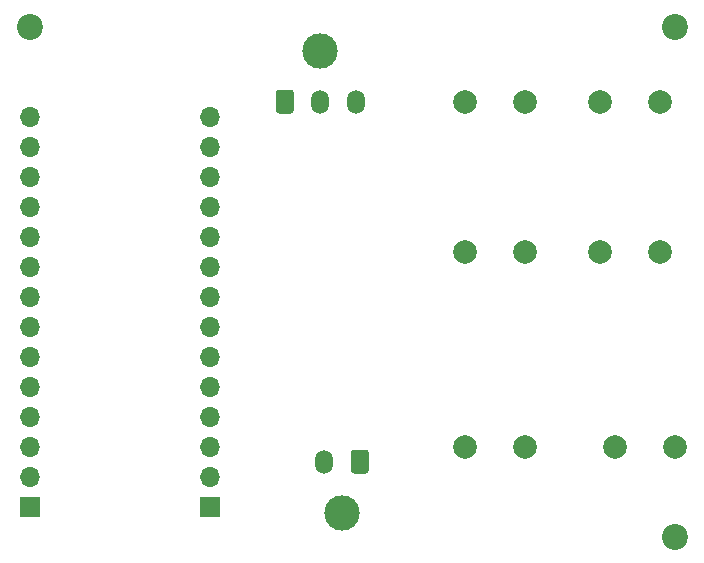
<source format=gts>
%TF.GenerationSoftware,KiCad,Pcbnew,(5.1.9)-1*%
%TF.CreationDate,2021-03-07T15:01:53-08:00*%
%TF.ProjectId,lightbar-pcb,6c696768-7462-4617-922d-7063622e6b69,rev?*%
%TF.SameCoordinates,Original*%
%TF.FileFunction,Soldermask,Top*%
%TF.FilePolarity,Negative*%
%FSLAX46Y46*%
G04 Gerber Fmt 4.6, Leading zero omitted, Abs format (unit mm)*
G04 Created by KiCad (PCBNEW (5.1.9)-1) date 2021-03-07 15:01:53*
%MOMM*%
%LPD*%
G01*
G04 APERTURE LIST*
%ADD10C,2.200000*%
%ADD11C,2.000000*%
%ADD12O,1.500000X2.020000*%
%ADD13C,3.000000*%
%ADD14R,1.700000X1.700000*%
%ADD15O,1.700000X1.700000*%
G04 APERTURE END LIST*
D10*
%TO.C,REF\u002A\u002A*%
X66040000Y-43180000D03*
%TD*%
%TO.C,REF\u002A\u002A*%
X120650000Y-86360000D03*
%TD*%
%TO.C,REF\u002A\u002A*%
X120650000Y-43180000D03*
%TD*%
D11*
%TO.C,SW6*%
X120650000Y-78740000D03*
X115570000Y-78740000D03*
%TD*%
%TO.C,SW5*%
X107950000Y-78740000D03*
X102870000Y-78740000D03*
%TD*%
%TO.C,SW4*%
X119380000Y-62230000D03*
X114300000Y-62230000D03*
%TD*%
%TO.C,SW3*%
X119380000Y-49530000D03*
X114300000Y-49530000D03*
%TD*%
%TO.C,SW2*%
X107950000Y-62230000D03*
X102870000Y-62230000D03*
%TD*%
%TO.C,SW1*%
X107950000Y-49530000D03*
X102870000Y-49530000D03*
%TD*%
D12*
%TO.C,J4*%
X93630000Y-49530000D03*
X90630000Y-49530000D03*
G36*
G01*
X86880000Y-50290000D02*
X86880000Y-48770000D01*
G75*
G02*
X87130000Y-48520000I250000J0D01*
G01*
X88130000Y-48520000D01*
G75*
G02*
X88380000Y-48770000I0J-250000D01*
G01*
X88380000Y-50290000D01*
G75*
G02*
X88130000Y-50540000I-250000J0D01*
G01*
X87130000Y-50540000D01*
G75*
G02*
X86880000Y-50290000I0J250000D01*
G01*
G37*
D13*
X90630000Y-45210000D03*
%TD*%
D12*
%TO.C,J1*%
X90980000Y-80010000D03*
G36*
G01*
X94730000Y-79250000D02*
X94730000Y-80770000D01*
G75*
G02*
X94480000Y-81020000I-250000J0D01*
G01*
X93480000Y-81020000D01*
G75*
G02*
X93230000Y-80770000I0J250000D01*
G01*
X93230000Y-79250000D01*
G75*
G02*
X93480000Y-79000000I250000J0D01*
G01*
X94480000Y-79000000D01*
G75*
G02*
X94730000Y-79250000I0J-250000D01*
G01*
G37*
D13*
X92480000Y-84330000D03*
%TD*%
D14*
%TO.C,J2*%
X81280000Y-83820000D03*
D15*
X81280000Y-81280000D03*
X81280000Y-78740000D03*
X81280000Y-76200000D03*
X81280000Y-73660000D03*
X81280000Y-71120000D03*
X81280000Y-68580000D03*
X81280000Y-66040000D03*
X81280000Y-63500000D03*
X81280000Y-60960000D03*
X81280000Y-58420000D03*
X81280000Y-55880000D03*
X81280000Y-53340000D03*
X81280000Y-50800000D03*
%TD*%
%TO.C,J3*%
X66040000Y-50800000D03*
X66040000Y-53340000D03*
X66040000Y-55880000D03*
X66040000Y-58420000D03*
X66040000Y-60960000D03*
X66040000Y-63500000D03*
X66040000Y-66040000D03*
X66040000Y-68580000D03*
X66040000Y-71120000D03*
X66040000Y-73660000D03*
X66040000Y-76200000D03*
X66040000Y-78740000D03*
X66040000Y-81280000D03*
D14*
X66040000Y-83820000D03*
%TD*%
M02*

</source>
